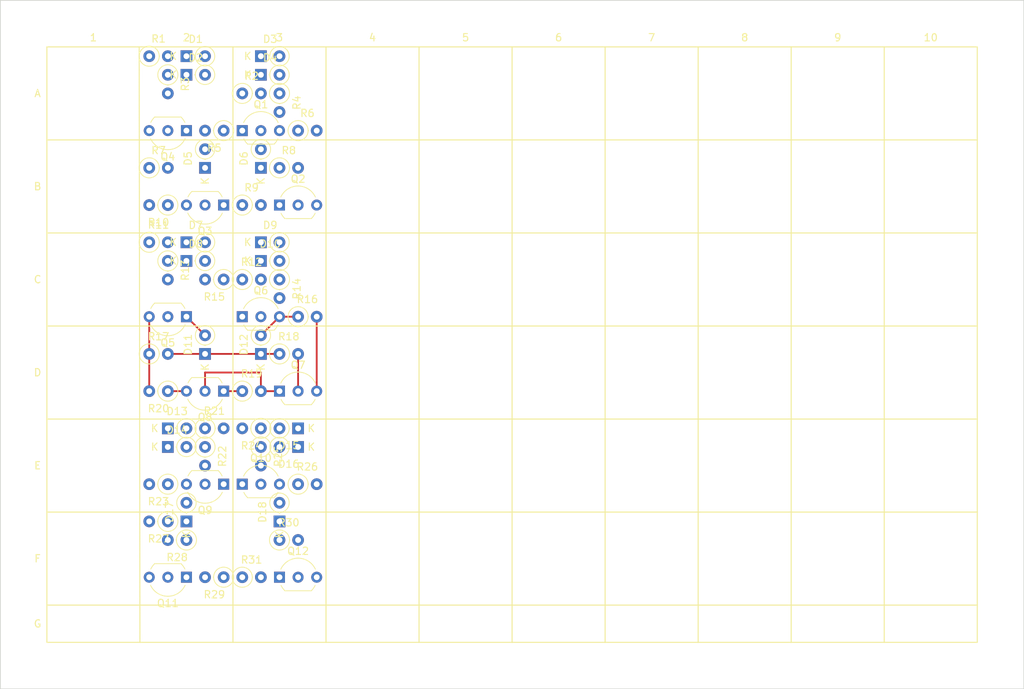
<source format=kicad_pcb>
(kicad_pcb (version 20211014) (generator pcbnew)
  (layers (0 "F.Cu" signal) (31 "B.Cu" signal) (34 "B.Paste" user) (35 "F.Paste" user) (36 "B.SilkS" user "B.Silkscreen") (37 "F.SilkS" user "F.Silkscreen") (38 "B.Mask" user) (39 "F.Mask" user) (44 "Edge.Cuts" user))
  (net 0 "")
  (net 1 "Net-(D1-Pad1)")
  (net 2 "A")
  (net 3 "B")
  (net 4 "Net-(D3-Pad2)")
  (net 5 "Net-(D5-Pad1)")
  (net 6 "Net-(D5-Pad2)")
  (net 7 "Net-(D6-Pad2)")
  (net 8 "Earth")
  (net 9 "+5V")
  (net 10 "Net-(Q1-Pad2)")
  (net 11 "Net-(Q4-Pad2)")
  (net 12 "Net-(Q2-Pad1)")
  (net 13 "Net-(Q2-Pad2)")
  (net 14 "Net-(D15-Pad1)")
  (net 15 "Net-(D7-Pad1)")
  (net 16 "C")
  (net 17 "Net-(D10-Pad2)")
  (net 18 "Net-(D11-Pad1)")
  (net 19 "Net-(D11-Pad2)")
  (net 20 "Net-(D12-Pad2)")
  (net 21 "Net-(Q5-Pad2)")
  (net 22 "Net-(Q6-Pad2)")
  (net 23 "Net-(Q7-Pad1)")
  (net 24 "Net-(Q7-Pad2)")
  (net 25 "Net-(Q8-Pad3)")
  (net 26 "Net-(D13-Pad2)")
  (net 27 "Net-(D15-Pad2)")
  (net 28 "Net-(D17-Pad1)")
  (net 29 "Net-(D17-Pad2)")
  (net 30 "Net-(D18-Pad2)")
  (net 31 "Net-(Q9-Pad2)")
  (net 32 "Net-(Q10-Pad2)")
  (net 33 "Net-(Q11-Pad1)")
  (net 34 "Net-(Q11-Pad2)")
  (net 35 "Net-(Q12-Pad1)")
  (net 36 "Net-(Q12-Pad2)")
  (footprint "Package_TO_SOT_THT:TO-92_Inline_Wide" (layer "F.Cu") (at 30.48 22.86 180)
    (fp_text reference "Q4" (at 2.54 -3.56) (layer "F.SilkS"))
    (fp_text value "Q_NPN_CBE")
    (fp_line (start 0.74 1.85) (end 4.34 1.85) (layer "F.SilkS") (width 0.12))
    (fp_arc (start 4.864184 1.122795) (mid 4.633903 1.509328) (end 4.34 1.85) (layer "F.SilkS") (width 0.12))
    (fp_arc (start 0.74 1.85) (mid 0.446097 1.509328) (end 0.215816 1.122795) (layer "F.SilkS") (width 0.12))
    (fp_arc (start 2.54 -2.6) (mid 3.936979 -2.192818) (end 4.8964 -1.098807) (layer "F.SilkS") (width 0.12))
    (fp_arc (start 0.1836 -1.098807) (mid 1.143021 -2.192817) (end 2.54 -2.6) (layer "F.SilkS") (width 0.12))
    (pad "1" thru_hole rect (at 0 0 180) (size 1.5 1.5) (drill 0.8) (layers *.Cu *.Mask) (net 6 "Net-(D5-Pad2)"))
    (pad "2" thru_hole circle (at 2.54 0 180) (size 1.5 1.5) (drill 0.8) (layers *.Cu *.Mask) (net 11 "Net-(Q4-Pad2)"))
    (pad "3" thru_hole circle (at 5.08 0 180) (size 1.5 1.5) (drill 0.8) (layers *.Cu *.Mask) (net 8 "Earth"))
  )
  (footprint "Diode_THT:D_DO-35_SOD27_P2.54mm_Vertical_KathodeUp" (layer "F.Cu") (at 30.48 76.2 90)
    (fp_text reference "D17" (at 1.27 -2.326371 90) (layer "F.SilkS"))
    (fp_text value "D")
    (fp_text user "K" (at -1.8 0 90) (layer "F.SilkS"))
    (fp_line (start 1.213629 0) (end 1.1 0) (layer "F.SilkS") (width 0.12))
    (fp_circle (center 2.54 0) (end 3.866371 0) (layer "F.SilkS") (width 0.12) (fill none))
    (pad "1" thru_hole rect (at 0 0 90) (size 1.6 1.6) (drill 0.8) (layers *.Cu *.Mask) (net 28 "Net-(D17-Pad1)"))
    (pad "2" thru_hole oval (at 2.54 0 90) (size 1.6 1.6) (drill 0.8) (layers *.Cu *.Mask) (net 29 "Net-(D17-Pad2)"))
  )
  (footprint "Resistor_THT:R_Axial_DIN0207_L6.3mm_D2.5mm_P2.54mm_Vertical" (layer "F.Cu") (at 27.94 15.24 -90)
    (fp_text reference "R3" (at 1.27 -2.37 90) (layer "F.SilkS"))
    (fp_text value "1k")
    (fp_line (start 1.37 0) (end 1.44 0) (layer "F.SilkS") (width 0.12))
    (fp_circle (center 0 0) (end 1.37 0) (layer "F.SilkS") (width 0.12) (fill none))
    (pad "1" thru_hole circle (at 0 0 270) (size 1.6 1.6) (drill 0.8) (layers *.Cu *.Mask) (net 1 "Net-(D1-Pad1)"))
    (pad "2" thru_hole oval (at 2.54 0 270) (size 1.6 1.6) (drill 0.8) (layers *.Cu *.Mask) (net 11 "Net-(Q4-Pad2)"))
  )
  (footprint "Diode_THT:D_DO-35_SOD27_P2.54mm_Vertical_KathodeUp" (layer "F.Cu") (at 40.64 40.64)
    (fp_text reference "D10" (at 1.27 -2.326371) (layer "F.SilkS"))
    (fp_text value "D")
    (fp_text user "K" (at -1.8 0) (layer "F.SilkS"))
    (fp_line (start 1.213629 0) (end 1.1 0) (layer "F.SilkS") (width 0.12))
    (fp_circle (center 2.54 0) (end 3.866371 0) (layer "F.SilkS") (width 0.12) (fill none))
    (pad "1" thru_hole rect (at 0 0) (size 1.6 1.6) (drill 0.8) (layers *.Cu *.Mask) (net 16 "C"))
    (pad "2" thru_hole oval (at 2.54 0) (size 1.6 1.6) (drill 0.8) (layers *.Cu *.Mask) (net 17 "Net-(D10-Pad2)"))
  )
  (footprint "Resistor_THT:R_Axial_DIN0207_L6.3mm_D2.5mm_P2.54mm_Vertical" (layer "F.Cu") (at 45.72 71.12)
    (fp_text reference "R26" (at 1.27 -2.37) (layer "F.SilkS"))
    (fp_text value "R")
    (fp_line (start 1.37 0) (end 1.44 0) (layer "F.SilkS") (width 0.12))
    (fp_circle (center 0 0) (end 1.37 0) (layer "F.SilkS") (width 0.12) (fill none))
    (pad "1" thru_hole circle (at 0 0) (size 1.6 1.6) (drill 0.8) (layers *.Cu *.Mask) (net 30 "Net-(D18-Pad2)"))
    (pad "2" thru_hole oval (at 2.54 0) (size 1.6 1.6) (drill 0.8) (layers *.Cu *.Mask) (net 8 "Earth"))
  )
  (footprint "Package_TO_SOT_THT:TO-92_Inline_Wide" (layer "F.Cu") (at 30.48 83.82 180)
    (fp_text reference "Q11" (at 2.54 -3.56) (layer "F.SilkS"))
    (fp_text value "Q_NPN_CBE")
    (fp_line (start 0.74 1.85) (end 4.34 1.85) (layer "F.SilkS") (width 0.12))
    (fp_arc (start 2.54 -2.6) (mid 3.936979 -2.192818) (end 4.8964 -1.098807) (layer "F.SilkS") (width 0.12))
    (fp_arc (start 0.1836 -1.098807) (mid 1.143021 -2.192817) (end 2.54 -2.6) (layer "F.SilkS") (width 0.12))
    (fp_arc (start 4.864184 1.122795) (mid 4.633903 1.509328) (end 4.34 1.85) (layer "F.SilkS") (width 0.12))
    (fp_arc (start 0.74 1.85) (mid 0.446097 1.509328) (end 0.215816 1.122795) (layer "F.SilkS") (width 0.12))
    (pad "1" thru_hole rect (at 0 0 180) (size 1.5 1.5) (drill 0.8) (layers *.Cu *.Mask) (net 33 "Net-(Q11-Pad1)"))
    (pad "2" thru_hole circle (at 2.54 0 180) (size 1.5 1.5) (drill 0.8) (layers *.Cu *.Mask) (net 34 "Net-(Q11-Pad2)"))
    (pad "3" thru_hole circle (at 5.08 0 180) (size 1.5 1.5) (drill 0.8) (layers *.Cu *.Mask) (net 8 "Earth"))
  )
  (footprint "Diode_THT:D_DO-35_SOD27_P2.54mm_Vertical_KathodeUp" (layer "F.Cu") (at 40.64 15.24)
    (fp_text reference "D4" (at 1.27 -2.326371) (layer "F.SilkS"))
    (fp_text value "D")
    (fp_text user "K" (at -1.8 0) (layer "F.SilkS"))
    (fp_line (start 1.213629 0) (end 1.1 0) (layer "F.SilkS") (width 0.12))
    (fp_circle (center 2.54 0) (end 3.866371 0) (layer "F.SilkS") (width 0.12) (fill none))
    (pad "1" thru_hole rect (at 0 0) (size 1.6 1.6) (drill 0.8) (layers *.Cu *.Mask) (net 3 "B"))
    (pad "2" thru_hole oval (at 2.54 0) (size 1.6 1.6) (drill 0.8) (layers *.Cu *.Mask) (net 4 "Net-(D3-Pad2)"))
  )
  (footprint "Resistor_THT:R_Axial_DIN0207_L6.3mm_D2.5mm_P2.54mm_Vertical" (layer "F.Cu") (at 38.1 58.42)
    (fp_text reference "R19" (at 1.27 -2.37) (layer "F.SilkS"))
    (fp_text value "R")
    (fp_line (start 1.37 0) (end 1.44 0) (layer "F.SilkS") (width 0.12))
    (fp_circle (center 0 0) (end 1.37 0) (layer "F.SilkS") (width 0.12) (fill none))
    (pad "1" thru_hole circle (at 0 0) (size 1.6 1.6) (drill 0.8) (layers *.Cu *.Mask) (net 9 "+5V"))
    (pad "2" thru_hole oval (at 2.54 0) (size 1.6 1.6) (drill 0.8) (layers *.Cu *.Mask) (net 23 "Net-(Q7-Pad1)"))
  )
  (footprint "Resistor_THT:R_Axial_DIN0207_L6.3mm_D2.5mm_P2.54mm_Vertical" (layer "F.Cu") (at 27.94 71.12 180)
    (fp_text reference "R23" (at 1.27 -2.37) (layer "F.SilkS"))
    (fp_text value "R")
    (fp_line (start 1.37 0) (end 1.44 0) (layer "F.SilkS") (width 0.12))
    (fp_circle (center 0 0) (end 1.37 0) (layer "F.SilkS") (width 0.12) (fill none))
    (pad "1" thru_hole circle (at 0 0 180) (size 1.6 1.6) (drill 0.8) (layers *.Cu *.Mask) (net 29 "Net-(D17-Pad2)"))
    (pad "2" thru_hole oval (at 2.54 0 180) (size 1.6 1.6) (drill 0.8) (layers *.Cu *.Mask) (net 8 "Earth"))
  )
  (footprint "Package_TO_SOT_THT:TO-92_Inline_Wide" (layer "F.Cu") (at 38.1 71.12)
    (fp_text reference "Q10" (at 2.54 -3.56) (layer "F.SilkS"))
    (fp_text value "Q_NPN_CBE")
    (fp_line (start 0.74 1.85) (end 4.34 1.85) (layer "F.SilkS") (width 0.12))
    (fp_arc (start 4.864184 1.122795) (mid 4.633903 1.509328) (end 4.34 1.85) (layer "F.SilkS") (width 0.12))
    (fp_arc (start 2.54 -2.6) (mid 3.936979 -2.192818) (end 4.8964 -1.098807) (layer "F.SilkS") (width 0.12))
    (fp_arc (start 0.1836 -1.098807) (mid 1.143021 -2.192817) (end 2.54 -2.6) (layer "F.SilkS") (width 0.12))
    (fp_arc (start 0.74 1.85) (mid 0.446097 1.509328) (end 0.215816 1.122795) (layer "F.SilkS") (width 0.12))
    (pad "1" thru_hole rect (at 0 0) (size 1.5 1.5) (drill 0.8) (layers *.Cu *.Mask) (net 9 "+5V"))
    (pad "2" thru_hole circle (at 2.54 0) (size 1.5 1.5) (drill 0.8) (layers *.Cu *.Mask) (net 32 "Net-(Q10-Pad2)"))
    (pad "3" thru_hole circle (at 5.08 0) (size 1.5 1.5) (drill 0.8) (layers *.Cu *.Mask) (net 30 "Net-(D18-Pad2)"))
  )
  (footprint "Resistor_THT:R_Axial_DIN0207_L6.3mm_D2.5mm_P2.54mm_Vertical" (layer "F.Cu") (at 25.4 12.7)
    (fp_text reference "R1" (at 1.27 -2.37) (layer "F.SilkS"))
    (fp_text value "220k")
    (fp_line (start 1.37 0) (end 1.44 0) (layer "F.SilkS") (width 0.12))
    (fp_circle (center 0 0) (end 1.37 0) (layer "F.SilkS") (width 0.12) (fill none))
    (pad "1" thru_hole circle (at 0 0) (size 1.6 1.6) (drill 0.8) (layers *.Cu *.Mask) (net 8 "Earth"))
    (pad "2" thru_hole oval (at 2.54 0) (size 1.6 1.6) (drill 0.8) (layers *.Cu *.Mask) (net 1 "Net-(D1-Pad1)"))
  )
  (footprint "Resistor_THT:R_Axial_DIN0207_L6.3mm_D2.5mm_P2.54mm_Vertical" (layer "F.Cu") (at 43.18 17.78 -90)
    (fp_text reference "R4" (at 1.27 -2.37 90) (layer "F.SilkS"))
    (fp_text value "R")
    (fp_line (start 1.37 0) (end 1.44 0) (layer "F.SilkS") (width 0.12))
    (fp_circle (center 0 0) (end 1.37 0) (layer "F.SilkS") (width 0.12) (fill none))
    (pad "1" thru_hole circle (at 0 0 270) (size 1.6 1.6) (drill 0.8) (layers *.Cu *.Mask) (net 4 "Net-(D3-Pad2)"))
    (pad "2" thru_hole oval (at 2.54 0 270) (size 1.6 1.6) (drill 0.8) (layers *.Cu *.Mask) (net 10 "Net-(Q1-Pad2)"))
  )
  (footprint "Resistor_THT:R_Axial_DIN0207_L6.3mm_D2.5mm_P2.54mm_Vertical" (layer "F.Cu") (at 38.1 43.18)
    (fp_text reference "R12" (at 1.27 -2.37) (layer "F.SilkS"))
    (fp_text value "R")
    (fp_line (start 1.37 0) (end 1.44 0) (layer "F.SilkS") (width 0.12))
    (fp_circle (center 0 0) (end 1.37 0) (layer "F.SilkS") (width 0.12) (fill none))
    (pad "1" thru_hole circle (at 0 0) (size 1.6 1.6) (drill 0.8) (layers *.Cu *.Mask) (net 9 "+5V"))
    (pad "2" thru_hole oval (at 2.54 0) (size 1.6 1.6) (drill 0.8) (layers *.Cu *.Mask) (net 17 "Net-(D10-Pad2)"))
  )
  (footprint "Resistor_THT:R_Axial_DIN0207_L6.3mm_D2.5mm_P2.54mm_Vertical" (layer "F.Cu") (at 25.4 38.1)
    (fp_text reference "R11" (at 1.27 -2.37) (layer "F.SilkS"))
    (fp_text value "R")
    (fp_line (start 1.37 0) (end 1.44 0) (layer "F.SilkS") (width 0.12))
    (fp_circle (center 0 0) (end 1.37 0) (layer "F.SilkS") (width 0.12) (fill none))
    (pad "1" thru_hole circle (at 0 0) (size 1.6 1.6) (drill 0.8) (layers *.Cu *.Mask) (net 8 "Earth"))
    (pad "2" thru_hole oval (at 2.54 0) (size 1.6 1.6) (drill 0.8) (layers *.Cu *.Mask) (net 15 "Net-(D7-Pad1)"))
  )
  (footprint "Resistor_THT:R_Axial_DIN0207_L6.3mm_D2.5mm_P2.54mm_Vertical" (layer "F.Cu") (at 25.4 53.34)
    (fp_text reference "R17" (at 1.27 -2.37) (layer "F.SilkS"))
    (fp_text value "R")
    (fp_line (start 1.37 0) (end 1.44 0) (layer "F.SilkS") (width 0.12))
    (fp_circle (center 0 0) (end 1.37 0) (layer "F.SilkS") (width 0.12) (fill none))
    (pad "1" thru_hole circle (at 0 0) (size 1.6 1.6) (drill 0.8) (layers *.Cu *.Mask) (net 8 "Earth"))
    (pad "2" thru_hole oval (at 2.54 0) (size 1.6 1.6) (drill 0.8) (layers *.Cu *.Mask) (net 18 "Net-(D11-Pad1)"))
  )
  (footprint "Resistor_THT:R_Axial_DIN0207_L6.3mm_D2.5mm_P2.54mm_Vertical" (layer "F.Cu") (at 43.18 78.74)
    (fp_text reference "R30" (at 1.27 -2.37) (layer "F.SilkS"))
    (fp_text value "R")
    (fp_line (start 1.37 0) (end 1.44 0) (layer "F.SilkS") (width 0.12))
    (fp_circle (center 0 0) (end 1.37 0) (layer "F.SilkS") (width 0.12) (fill none))
    (pad "1" thru_hole circle (at 0 0) (size 1.6 1.6) (drill 0.8) (layers *.Cu *.Mask) (net 33 "Net-(Q11-Pad1)"))
    (pad "2" thru_hole oval (at 2.54 0) (size 1.6 1.6) (drill 0.8) (layers *.Cu *.Mask) (net 36 "Net-(Q12-Pad2)"))
  )
  (footprint "Resistor_THT:R_Axial_DIN0207_L6.3mm_D2.5mm_P2.54mm_Vertical" (layer "F.Cu") (at 40.64 63.5 180)
    (fp_text reference "R24" (at 1.27 -2.37) (layer "F.SilkS"))
    (fp_text value "R")
    (fp_line (start 1.37 0) (end 1.44 0) (layer "F.SilkS") (width 0.12))
    (fp_circle (center 0 0) (end 1.37 0) (layer "F.SilkS") (width 0.12) (fill none))
    (pad "1" thru_hole circle (at 0 0 180) (size 1.6 1.6) (drill 0.8) (layers *.Cu *.Mask) (net 27 "Net-(D15-Pad2)"))
    (pad "2" thru_hole oval (at 2.54 0 180) (size 1.6 1.6) (drill 0.8) (layers *.Cu *.Mask) (net 9 "+5V"))
  )
  (footprint "Diode_THT:D_DO-35_SOD27_P2.54mm_Vertical_KathodeUp" (layer "F.Cu") (at 30.48 15.24)
    (fp_text reference "D2" (at 1.27 -2.326371) (layer "F.SilkS"))
    (fp_text value "D")
    (fp_text user "K" (at -1.8 0) (layer "F.SilkS"))
    (fp_line (start 1.213629 0) (end 1.1 0) (layer "F.SilkS") (width 0.12))
    (fp_circle (center 2.54 0) (end 3.866371 0) (layer "F.SilkS") (width 0.12) (fill none))
    (pad "1" thru_hole rect (at 0 0) (size 1.6 1.6) (drill 0.8) (layers *.Cu *.Mask) (net 1 "Net-(D1-Pad1)"))
    (pad "2" thru_hole oval (at 2.54 0) (size 1.6 1.6) (drill 0.8) (layers *.Cu *.Mask) (net 3 "B"))
  )
  (footprint "Package_TO_SOT_THT:TO-92_Inline_Wide" (layer "F.Cu") (at 35.56 33.02 180)
    (fp_text reference "Q3" (at 2.54 -3.56) (layer "F.SilkS"))
    (fp_text value "Q_NPN_CBE")
    (fp_line (start 0.74 1.85) (end 4.34 1.85) (layer "F.SilkS") (width 0.12))
    (fp_arc (start 2.54 -2.6) (mid 3.936979 -2.192818) (end 4.8964 -1.098807) (layer "F.SilkS") (width 0.12))
    (fp_arc (start 4.864184 1.122795) (mid 4.633903 1.509328) (end 4.34 1.85) (layer "F.SilkS") (width 0.12))
    (fp_arc (start 0.74 1.85) (mid 0.446097 1.509328) (end 0.215816 1.122795) (layer "F.SilkS") (width 0.12))
    (fp_arc (start 0.1836 -1.098807) (mid 1.143021 -2.192817) (end 2.54 -2.6) (layer "F.SilkS") (width 0.12))
    (pad "1" thru_hole rect (at 0 0 180) (size 1.5 1.5) (drill 0.8) (layers *.Cu *.Mask) (net 9 "+5V"))
    (pad "2" thru_hole circle (at 2.54 0 180) (size 1.5 1.5) (drill 0.8) (layers *.Cu *.Mask) (net 12 "Net-(Q2-Pad1)"))
    (pad "3" thru_hole circle (at 5.08 0 180) (size 1.5 1.5) (drill 0.8) (layers *.Cu *.Mask) (net 14 "Net-(D15-Pad1)"))
  )
  (footprint "Resistor_THT:R_Axial_DIN0207_L6.3mm_D2.5mm_P2.54mm_Vertical" (layer "F.Cu") (at 43.18 27.94)
    (fp_text reference "R8" (at 1.27 -2.37) (layer "F.SilkS"))
    (fp_text value "R")
    (fp_line (start 1.37 0) (end 1.44 0) (layer "F.SilkS") (width 0.12))
    (fp_circle (center 0 0) (end 1.37 0) (layer "F.SilkS") (width 0.12) (fill none))
    (pad "1" thru_hole circle (at 0 0) (size 1.6 1.6) (drill 0.8) (layers *.Cu *.Mask) (net 5 "Net-(D5-Pad1)"))
    (pad "2" thru_hole oval (at 2.54 0) (size 1.6 1.6) (drill 0.8) (layers *.Cu *.Mask) (net 13 "Net-(Q2-Pad2)"))
  )
  (footprint "Resistor_THT:R_Axial_DIN0207_L6.3mm_D2.5mm_P2.54mm_Vertical" (layer "F.Cu") (at 27.94 33.02 180)
    (fp_text reference "R10" (at 1.27 -2.37) (layer "F.SilkS"))
    (fp_text value "R")
    (fp_line (start 1.37 0) (end 1.44 0) (layer "F.SilkS") (width 0.12))
    (fp_circle (center 0 0) (end 1.37 0) (layer "F.SilkS") (width 0.12) (fill none))
    (pad "1" thru_hole circle (at 0 0 180) (size 1.6 1.6) (drill 0.8) (layers *.Cu *.Mask) (net 14 "Net-(D15-Pad1)"))
    (pad "2" thru_hole oval (at 2.54 0 180) (size 1.6 1.6) (drill 0.8) (layers *.Cu *.Mask) (net 8 "Earth"))
  )
  (footprint "Diode_THT:D_DO-35_SOD27_P2.54mm_Vertical_KathodeUp" (layer "F.Cu") (at 30.48 38.1)
    (fp_text reference "D7" (at 1.27 -2.326371) (layer "F.SilkS"))
    (fp_text value "D")
    (fp_text user "K" (at -1.8 0) (layer "F.SilkS"))
    (fp_line (start 1.213629 0) (end 1.1 0) (layer "F.SilkS") (width 0.12))
    (fp_circle (center 2.54 0) (end 3.866371 0) (layer "F.SilkS") (width 0.12) (fill none))
    (pad "1" thru_hole rect (at 0 0) (size 1.6 1.6) (drill 0.8) (layers *.Cu *.Mask) (net 15 "Net-(D7-Pad1)"))
    (pad "2" thru_hole oval (at 2.54 0) (size 1.6 1.6) (drill 0.8) (layers *.Cu *.Mask) (net 14 "Net-(D15-Pad1)"))
  )
  (footprint "Resistor_THT:R_Axial_DIN0207_L6.3mm_D2.5mm_P2.54mm_Vertical" (layer "F.Cu") (at 25.4 27.94)
    (fp_text reference "R7" (at 1.27 -2.37) (layer "F.SilkS"))
    (fp_text value "R")
    (fp_line (start 1.37 0) (end 1.44 0) (layer "F.SilkS") (width 0.12))
    (fp_circle (center 0 0) (end 1.37 0) (layer "F.SilkS") (width 0.12) (fill none))
    (pad "1" thru_hole circle (at 0 0) (size 1.6 1.6) (drill 0.8) (layers *.Cu *.Mask) (net 8 "Earth"))
    (pad "2" thru_hole oval (at 2.54 0) (size 1.6 1.6) (drill 0.8) (layers *.Cu *.Mask) (net 5 "Net-(D5-Pad1)"))
  )
  (footprint "Resistor_THT:R_Axial_DIN0207_L6.3mm_D2.5mm_P2.54mm_Vertical" (layer "F.Cu") (at 38.1 33.02)
    (fp_text reference "R9" (at 1.27 -2.37) (layer "F.SilkS"))
    (fp_text value "R")
    (fp_line (start 1.37 0) (end 1.44 0) (layer "F.SilkS") (width 0.12))
    (fp_circle (center 0 0) (end 1.37 0) (layer "F.SilkS") (width 0.12) (fill none))
    (pad "1" thru_hole circle (at 0 0) (size 1.6 1.6) (drill 0.8) (layers *.Cu *.Mask) (net 9 "+5V"))
    (pad "2" thru_hole oval (at 2.54 0) (size 1.6 1.6) (drill 0.8) (layers *.Cu *.Mask) (net 12 "Net-(Q2-Pad1)"))
  )
  (footprint "Diode_THT:D_DO-35_SOD27_P2.54mm_Vertical_KathodeUp" (layer "F.Cu") (at 27.94 63.5)
    (fp_text reference "D13" (at 1.27 -2.326371) (layer "F.SilkS"))
    (fp_text value "D")
    (fp_text user "K" (at -1.8 0) (layer "F.SilkS"))
    (fp_line (start 1.213629 0) (end 1.1 0) (layer "F.SilkS") (width 0.12))
    (fp_circle (center 2.54 0) (end 3.866371 0) (layer "F.SilkS") (width 0.12) (fill none))
    (pad "1" thru_hole rect (at 0 0) (size 1.6 1.6) (drill 0.8) (layers *.Cu *.Mask) (net 2 "A"))
    (pad "2" thru_hole oval (at 2.54 0) (size 1.6 1.6) (drill 0.8) (layers *.Cu *.Mask) (net 26 "Net-(D13-Pad2)"))
  )
  (footprint "Diode_THT:D_DO-35_SOD27_P2.54mm_Vertical_KathodeUp" (layer "F.Cu") (at 40.64 27.94 90)
    (fp_text reference "D6" (at 1.27 -2.326371 90) (layer "F.SilkS"))
    (fp_text value "D")
    (fp_text user "K" (at -1.8 0 90) (layer "F.SilkS"))
    (fp_line (start 1.213629 0) (end 1.1 0) (layer "F.SilkS") (width 0.12))
    (fp_circle (center 2.54 0) (end 3.866371 0) (layer "F.SilkS") (width 0.12) (fill none))
    (pad "1" thru_hole rect (at 0 0 90) (size 1.6 1.6) (drill 0.8) (layers *.Cu *.Mask) (net 5 "Net-(D5-Pad1)"))
    (pad "2" thru_hole oval (at 2.54 0 90) (size 1.6 1.6) (drill 0.8) (layers *.Cu *.Mask) (net 7 "Net-(D6-Pad2)"))
  )
  (footprint "Package_TO_SOT_THT:TO-92_Inline_Wide" (layer "F.Cu") (at 38.1 22.86)
    (fp_text reference "Q1" (at 2.54 -3.56) (layer "F.SilkS"))
    (fp_text value "Q_NPN_CBE")
    (fp_line (start 0.74 1.85) (end 4.34 1.85) (layer "F.SilkS") (width 0.12))
    (fp_arc (start 0.74 1.85) (mid 0.446097 1.509328) (end 0.215816 1.122795) (layer "F.SilkS") (width 0.12))
    (fp_arc (start 0.1836 -1.098807) (mid 1.143021 -2.192817) (end 2.54 -2.6) (layer "F.SilkS") (width 0.12))
    (fp_arc (start 2.54 -2.6) (mid 3.936979 -2.192818) (end 4.8964 -1.098807) (layer "F.SilkS") (width 0.12))
    (fp_arc (start 4.864184 1.122795) (mid 4.633903 1.509328) (end 4.34 1.85) (layer "F.SilkS") (width 0.12))
    (pad "1" thru_hole rect (at 0 0) (size 1.5 1.5) (drill 0.8) (layers *.Cu *.Mask) (net 9 "+5V"))
    (pad "2" thru_hole circle (at 2.54 0) (size 1.5 1.5) (drill 0.8) (layers *.Cu *.Mask) (net 10 "Net-(Q1-Pad2)"))
    (pad "3" thru_hole circle (at 5.08 0) (size 1.5 1.5) (drill 0.8) (layers *.Cu *.Mask) (net 7 "Net-(D6-Pad2)"))
  )
  (footprint "Resistor_THT:R_Axial_DIN0207_L6.3mm_D2.5mm_P2.54mm_Vertical" (layer "F.Cu") (at 43.18 43.18 -90)
    (fp_text reference "R14" (at 1.27 -2.37 90) (layer "F.SilkS"))
    (fp_text value "R")
    (fp_line (start 1.37 0) (end 1.44 0) (layer "F.SilkS") (width 0.12))
    (fp_circle (center 0 0) (end 1.37 0) (layer "F.SilkS") (width 0.12) (fill none))
    (pad "1" thru_hole circle (at 0 0 270) (size 1.6 1.6) (drill 0.8) (layers *.Cu *.Mask) (net 17 "Net-(D10-Pad2)"))
    (pad "2" thru_hole oval (at 2.54 0 270) (size 1.6 1.6) (drill 0.8) (layers *.Cu *.Mask) (net 22 "Net-(Q6-Pad2)"))
  )
  (footprint "Package_TO_SOT_THT:TO-92_Inline_Wide" (layer "F.Cu") (at 43.18 33.02)
    (fp_text reference "Q2" (at 2.54 -3.56) (layer "F.SilkS"))
    (fp_text value "Q_NPN_CBE")
    (fp_line (start 0.74 1.85) (end 4.34 1.85) (layer "F.SilkS") (width 0.12))
    (fp_arc (start 2.54 -2.6) (mid 3.936979 -2.192818) (end 4.8964 -1.098807) (layer "F.SilkS") (width 0.12))
    (fp_arc (start 4.864184 1.122795) (mid 4.633903 1.509328) (end 4.34 1.85) (layer "F.SilkS") (width 0.12))
    (fp_arc (start 0.1836 -1.098807) (mid 1.143021 -2.192817) (end 2.54 -2.6) (layer "F.SilkS") (width 0.12))
    (fp_arc (start 0.74 1.85) (mid 0.446097 1.509328) (end 0.215816 1.122795) (layer "F.SilkS") (width 0.12))
    (pad "1" thru_hole rect (at 0 0) (size 1.5 1.5) (drill 0.8) (layers *.Cu *.Mask) (net 12 "Net-(Q2-Pad1)"))
    (pad "2" thru_hole circle (at 2.54 0) (size 1.5 1.5) (drill 0.8) (layers *.Cu *.Mask) (net 13 "Net-(Q2-Pad2)"))
    (pad "3" thru_hole circle (at 5.08 0) (size 1.5 1.5) (drill 0.8) (layers *.Cu *.Mask) (net 8 "Earth"))
  )
  (footprint "Diode_THT:D_DO-35_SOD27_P2.54mm_Vertical_KathodeUp" (layer "F.Cu") (at 40.64 12.7)
    (fp_text reference "D3" (at 1.27 -2.326371) (layer "F.SilkS"))
    (fp_text value "D")
    (fp_text user "K" (at -1.8 0) (layer "F.SilkS"))
    (fp_line (start 1.213629 0) (end 1.1 0) (layer "F.SilkS") (width 0.12))
    (fp_circle (center 2.54 0) (end 3.866371 0) (layer "F.SilkS") (width 0.12) (fill none))
    (pad "1" thru_hole rect (at 0 0) (size 1.6 1.6) (drill 0.8) (layers *.Cu *.Mask) (net 2 "A"))
    (pad "2" thru_hole oval (at 2.54 0) (size 1.6 1.6) (drill 0.8) (layers *.Cu *.Mask) (net 4 "Net-(D3-Pad2)"))
  )
  (footprint "Package_TO_SOT_THT:TO-92_Inline_Wide" (layer "F.Cu") (at 35.56 71.12 180)
    (fp_text reference "Q9" (at 2.54 -3.56) (layer "F.SilkS"))
    (fp_text value "Q_NPN_CBE")
    (fp_line (start 0.74 1.85) (end 4.34 1.85) (layer "F.SilkS") (width 0.12))
    (fp_arc (start 0.1836 -1.098807) (mid 1.143021 -2.192817) (end 2.54 -2.6) (layer "F.SilkS") (width 0.12))
    (fp_arc (start 0.74 1.85) (mid 0.446097 1.509328) (end 0.215816 1.122795) (layer "F.SilkS") (width 0.12))
    (fp_arc (start 4.864184 1.122795) (mid 4.633903 1.509328) (end 4.34 1.85) (layer "F.SilkS") (width 0.12))
    (fp_arc (start 2.54 -2.6) (mid 3.936979 -2.192818) (end 4.8964 -1.098807) (layer "F.SilkS") (width 0.12))
    (pad "1" thru_hole rect (at 0 0 180) (size 1.5 1.5) (drill 0.8) (layers *.Cu *.Mask) (net 9 "+5V"))
    (pad "2" thru_hole circle (at 2.54 0 180) (size 1.5 1.5) (drill 0.8) (layers *.Cu *.Mask) (net 31 "Net-(Q9-Pad2)"))
    (pad "3" thru_hole circle (at 5.08 0 180) (size 1.5 1.5) (drill 0.8) (layers *.Cu *.Mask) (net 29 "Net-(D17-Pad2)"))
  )
  (footprint "Resistor_THT:R_Axial_DIN0207_L6.3mm_D2.5mm_P2.54mm_Vertical" (layer "F.Cu") (at 45.72 48.26)
    (fp_text reference "R16" (at 1.27 -2.37) (layer "F.SilkS"))
    (fp_text value "R")
    (fp_line (start 1.37 0) (end 1.44 0) (layer "F.SilkS") (width 0.12))
    (fp_circle (center 0 0) (end 1.37 0) (layer "F.SilkS") (width 0.12) (fill none))
    (pad "1" thru_hole circle (at 0 0) (size 1.6 1.6) (drill 0.8) (layers *.Cu *.Mask) (net 20 "Net-(D12-Pad2)"))
    (pad "2" thru_hole oval (at 2.54 0) (size 1.6 1.6) (drill 0.8) (layers *.Cu *.Mask) (net 8 "Earth"))
  )
  (footprint "Resistor_THT:R_Axial_DIN0207_L6.3mm_D2.5mm_P2.54mm_Vertical" (layer "F.Cu") (at 33.02 66.04 -90)
    (fp_text reference "R22" (at 1.27 -2.37 90) (layer "F.SilkS"))
    (fp_text value "R")
    (fp_line (start 1.37 0) (end 1.44 0) (layer "F.SilkS") (width 0.12))
    (fp_circle (center 0 0) (end 1.37 0) (layer "F.SilkS") (width 0.12) (fill none))
    (pad "1" thru_hole circle (at 0 0 270) (size 1.6 1.6) (drill 0.8) (layers *.Cu *.Mask) (net 26 "Net-(D13-Pad2)"))
    (pad "2" thru_hole oval (at 2.54 0 270) (size 1.6 1.6) (drill 0.8) (layers *.Cu *.Mask) (net 31 "Net-(Q9-Pad2)"))
  )
  (footprint "Diode_THT:D_DO-35_SOD27_P2.54mm_Vertical_KathodeUp" (layer "F.Cu") (at 45.72 66.04 180)
    (fp_text reference "D16" (at 1.27 -2.326371) (layer "F.SilkS"))
    (fp_text value "D")
    (fp_text user "K" (at -1.8 0) (layer "F.SilkS"))
    (fp_line (start 1.213629 0) (end 1.1 0) (layer "F.SilkS") (width 0.12))
    (fp_circle (center 2.54 0) (end 3.866371 0) (layer "F.SilkS") (width 0.12) (fill none))
    (pad "1" thru_hole rect (at 0 0 180) (size 1.6 1.6) (drill 0.8) (layers *.Cu *.Mask) (net 16 "C"))
    (pad "2" thru_hole oval (at 2.54 0 180) (size 1.6 1.6) (drill 0.8) (layers *.Cu *.Mask) (net 27 "Net-(D15-Pad2)"))
  )
  (footprint "Resistor_THT:R_Axial_DIN0207_L6.3mm_D2.5mm_P2.54mm_Vertical" (layer "F.Cu") (at 38.1 83.82)
    (fp_text reference "R31" (at 1.27 -2.37) (layer "F.SilkS"))
    (fp_text value "R")
    (fp_line (start 1.37 0) (end 1.44 0) (layer "F.SilkS") (width 0.12))
    (fp_circle (center 0 0) (end 1.37 0) (layer "F.SilkS") (width 0.12) (fill none))
    (pad "1" thru_hole circle (at 0 0) (size 1.6 1.6) (drill 0.8) (layers *.Cu *.Mask) (net 9 "+5V"))
    (pad "2" thru_hole oval (at 2.54 0) (size 1.6 1.6) (drill 0.8) (layers *.Cu *.Mask) (net 35 "Net-(Q12-Pad1)"))
  )
  (footprint "Diode_THT:D_DO-35_SOD27_P2.54mm_Vertical_KathodeUp" (layer "F.Cu") (at 45.72 63.5 180)
    (fp_text reference "D15" (at 1.27 -2.326371) (layer "F.SilkS"))
    (fp_text value "D")
    (fp_text user "K" (at -1.8 0) (layer "F.SilkS"))
    (fp_line (start 1.213629 0) (end 1.1 0) (layer "F.SilkS") (width 0.12))
    (fp_circle (center 2.54 0) (end 3.866371 0) (layer "F.SilkS") (width 0.12) (fill none))
    (pad "1" thru_hole rect (at 0 0 180) (size 1.6 1.6) (drill 0.8) (layers *.Cu *.Mask) (net 14 "Net-(D15-Pad1)"))
    (pad "2" thru_hole oval (at 2.54 0 180) (size 1.6 1.6) (drill 0.8) (layers *.Cu *.Mask) (net 27 "Net-(D15-Pad2)"))
  )
  (footprint "Resistor_THT:R_Axial_DIN0207_L6.3mm_D2.5mm_P2.54mm_Vertical" (layer "F.Cu") (at 35.56 22.86 180)
    (fp_text reference "R5" (at 1.27 -2.37 180) (layer "F.SilkS"))
    (fp_text value "10k")
    (fp_line (start 1.37 0) (end 1.44 0) (layer "F.SilkS") (width 0.12))
    (fp_circle (center 0 0) (end 1.37 0) (layer "F.SilkS") (width 0.12) (fill none))
    (pad "1" thru_hole circle (at 0 0 180) (size 1.6 1.6) (drill 0.8) (layers *.Cu *.Mask) (net 9 "+5V"))
    (pad "2" thru_hole oval (at 2.54 0 180) (size 1.6 1.6) (drill 0.8) (layers *.Cu *.Mask) (net 6 "Net-(D5-Pad2)"))
  )
  (footprint "Diode_THT:D_DO-35_SOD27_P2.54mm_Vertical_KathodeUp" (layer "F.Cu") (at 30.48 12.7)
    (fp_text reference "D1" (at 1.27 -2.326371) (layer "F.SilkS"))
    (fp_text value "D")
    (fp_text user "K" (at -1.8 0) (layer "F.SilkS"))
    (fp_line (start 1.213629 0) (end 1.1 0) (layer "F.SilkS") (width 0.12))
    (fp_circle (center 2.54 0) (end 3.866371 0) (layer "F.SilkS") (width 0.12) (fill none))
    (pad "1" thru_hole rect (at 0 0) (size 1.6 1.6) (drill 0.8) (layers *.Cu *.Mask) (net 1 "Net-(D1-Pad1)"))
    (pad "2" thru_hole oval (at 2.54 0) (size 1.6 1.6) (drill 0.8) (layers *.Cu *.Mask) (net 2 "A"))
  )
  (footprint "Diode_THT:D_DO-35_SOD27_P2.54mm_Vertical_KathodeUp" (layer "F.Cu") (at 43.18 76.2 90)
    (fp_text reference "D18" (at 1.27 -2.326371 90) (layer "F.SilkS"))
    (fp_text value "D")
    (fp_text user "K" (at -1.8 0 90) (layer "F.SilkS"))
    (fp_line (start 1.213629 0) (end 1.1 0) (layer "F.SilkS") (width 0.12))
    (fp_circle (center 2.54 0) (end 3.866371 0) (layer "F.SilkS") (width 0.12) (fill none))
    (pad "1" thru_hole rect (at 0 0 90) (size 1.6 1.6) (drill 0.8) (layers *.Cu *.Mask) (net 28 "Net-(D17-Pad1)"))
    (pad "2" thru_hole oval (at 2.54 0 90) (size 1.6 1.6) (drill 0.8) (layers *.Cu *.Mask) (net 30 "Net-(D18-Pad2)"))
  )
  (footprint "Package_TO_SOT_THT:TO-92_Inline_Wide" (layer "F.Cu") (at 43.18 83.82)
    (fp_text reference "Q12" (at 2.54 -3.56) (layer "F.SilkS"))
    (fp_text value "Q_NPN_CBE")
    (fp_line (start 0.74 1.85) (end 4.34 1.85) (layer "F.SilkS") (width 0.12))
    (fp_arc (start 0.1836 -1.098807) (mid 1.143021 -2.192817) (end 2.54 -2.6) (layer "F.SilkS") (width 0.12))
    (fp_arc (start 4.864184 1.122795) (mid 4.633903 1.509328) (end 4.34 1.85) (layer "F.SilkS") (width 0.12))
    (fp_arc (start 2.54 -2.6) (mid 3.936979 -2.192818) (end 4.8964 -1.098807) (layer "F.SilkS") (width 0.12))
    (fp_arc (start 0.74 1.85) (mid 0.446097 1.509328) (end 0.215816 1.122795) (layer "F.SilkS") (width 0.12))
    (pad "1" thru_hole rect (at 0 0) (size 1.5 1.5) (drill 0.8) (layers *.Cu *.Mask) (net 35 "Net-(Q12-Pad1)"))
    (pad "2" thru_hole circle (at 2.54 0) (size 1.5 1.5) (drill 0.8) (layers *.Cu *.Mask) (net 36 "Net-(Q12-Pad2)"))
    (pad "3" thru_hole circle (at 5.08 0) (size 1.5 1.5) (drill 0.8) (layers *.Cu *.Mask) (net 8 "Earth"))
  )
  (footprint "Resistor_THT:R_Axial_DIN0207_L6.3mm_D2.5mm_P2.54mm_Vertical" (layer "F.Cu") (at 27.94 76.2 180)
    (fp_text reference "R27" (at 1.27 -2.37) (layer "F.SilkS"))
    (fp_text value "R")
    (fp_line (start 1.37 0) (end 1.44 0) (layer "F.SilkS") (width 0.12))
    (fp_circle (center 0 0) (end 1.37 0) (layer "F.SilkS") (width 0.12) (fill none))
    (pad "1" thru_hole circle (at 0 0 180) (size 1.6 1.6) (drill 0.8) (layers *.Cu *.Mask) (net 28 "Net-(D17-Pad1)"))
    (pad "2" thru_hole oval (at 2.54 0 180) (size 1.6 1.6) (drill 0.8) (layers *.Cu *.Mask) (net 8 "Earth"))
  )
  (footprint "Package_TO_SOT_THT:TO-92_Inline_Wide" (layer "F.Cu") (at 38.1 48.26)
    (fp_text reference "Q6" (at 2.54 -3.56) (layer "F.SilkS"))
    (fp_text value "Q_NPN_CBE")
    (fp_line (start 0.74 1.85) (end 4.34 1.85) (layer "F.SilkS") (width 0.12))
    (fp_arc (start 4.864184 1.122795) (mid 4.633903 1.509328) (end 4.34 1.85) (layer "F.SilkS") (width 0.12))
    (fp_arc (start 0.74 1.85) (mid 0.446097 1.509328) (end 0.215816 1.122795) (layer "F.SilkS") (width 0.12))
    (fp_arc (start 0.1836 -1.098807) (mid 1.143021 -2.192817) (end 2.54 -2.6) (layer "F.SilkS") (width 0.12))
    (fp_arc (start 2.54 -2.6) (mid 3.936979 -2.192818) (end 4.8964 -1.098807) (layer "F.SilkS") (width 0.12))
    (pad "1" thru_hole rect (at 0 0) (size 1.5 1.5) (drill 0.8) (layers *.Cu *.Mask) (net 9 "+5V"))
    (pad "2" thru_hole circle (at 2.54 0) (size 1.5 1.5) (drill 0.8) (layers *.Cu *.Mask) (net 22 "Net-(Q6-Pad2)"))
    (pad "3" thru_hole circle (at 5.08 0) (size 1.5 1.5) (drill 0.8) (layers *.Cu *.Mask) (net 20 "Net-(D12-Pad2)"))
  )
  (footprint "Resistor_THT:R_Axial_DIN0207_L6.3mm_D2.5mm_P2.54mm_Vertical" (layer "F.Cu") (at 38.1 17.78)
    (fp_text reference "R2" (at 1.27 -2.37) (layer "F.SilkS"))
    (fp_text value "R")
    (fp_line (start 1.37 0) (end 1.44 0) (layer "F.SilkS") (width 0.12))
    (fp_circle (center 0 0) (end 1.37 0) (layer "F.SilkS") (width 0.12) (fill none))
    (pad "1" thru_hole circle (at 0 0) (size 1.6 1.6) (drill 0.8) (layers *.Cu *.Mask) (net 9 "+5V"))
    (pad "2" thru_hole oval (at 2.54 0) (size 1.6 1.6) (drill 0.8) (layers *.Cu *.Mask) (net 4 "Net-(D3-Pad2)"))
  )
  (footprint "Diode_THT:D_DO-35_SOD27_P2.54mm_Vertical_KathodeUp" (layer "F.Cu") (at 30.48 40.64)
    (fp_text reference "D8" (at 1.27 -2.326371) (layer "F.SilkS"))
    (fp_text value "D")
    (fp_text user "K" (at -1.8 0) (layer "F.SilkS"))
    (fp_line (start 1.213629 0) (end 1.1 0) (layer "F.SilkS") (width 0.12))
    (fp_circle (center 2.54 0) (end 3.866371 0) (layer "F.SilkS") (width 0.12) (fill none))
    (pad "1" thru_hole rect (at 0 0) (size 1.6 1.6) (drill 0.8) (layers *.Cu *.Mask) (net 15 "Net-(D7-Pad1)"))
    (pad "2" thru_hole oval (at 2.54 0) (size 1.6 1.6) (drill 0.8) (layers *.Cu *.Mask) (net 16 "C"))
  )
  (footprint "Resistor_THT:R_Axial_DIN0207_L6.3mm_D2.5mm_P2.54mm_Vertical" (layer "F.Cu") (at 40.64 66.04 -90)
    (fp_text reference "R25" (at 1.27 -2.37 90) (layer "F.SilkS"))
    (fp_text value "R")
    (fp_line (start 1.37 0) (end 1.44 0) (layer "F.SilkS") (width 0.12))
    (fp_circle (center 0 0) (end 1.37 0) (layer "F.SilkS") (width 0.12) (fill none))
    (pad "1" thru_hole circle (at 0 0 270) (size 1.6 1.6) (drill 0.8) (layers *.Cu *.Mask) (net 27 "Net-(D15-Pad2)"))
    (pad "2" thru_hole oval (at 2.54 0 270) (size 1.6 1.6) (drill 0.8) (layers *.Cu *.Mask) (net 32 "Net-(Q10-Pad2)"))
  )
  (footprint "Package_TO_SOT_THT:TO-92_Inline_Wide" (layer "F.Cu") (at 43.18 58.42)
    (fp_text reference "Q7" (at 2.54 -3.56) (layer "F.SilkS"))
    (fp_text value "Q_NPN_CBE")
    (fp_line (start 0.74 1.85) (end 4.34 1.85) (layer "F.SilkS") (width 0.12))
    (fp_arc (start 0.74 1.85) (mid 0.446097 1.509328) (end 0.215816 1.122795) (layer "F.SilkS") (width 0.12))
    (fp_arc (start 4.864184 1.122795) (mid 4.633903 1.509328) (end 4.34 1.85) (layer "F.SilkS") (width 0.12))
    (fp_arc (start 0.1836 -1.098807) (mid 1.143021 -2.192817) (end 2.54 -2.6) (layer "F.SilkS") (width 0.12))
    (fp_arc (start 2.54 -2.6) (mid 3.936979 -2.192818) (end 4.8964 -1.098807) (layer "F.SilkS") (width 0.12))
    (pad "1" thru_hole rect (at 0 0) (size 1.5 1.5) (drill 0.8) (layers *.Cu *.Mask) (net 23 "Net-(Q7-Pad1)"))
    (pad "2" thru_hole circle (at 2.54 0) (size 1.5 1.5) (drill 0.8) (layers *.Cu *.Mask) (net 24 "Net-(Q7-Pad2)"))
    (pad "3" thru_hole circle (at 5.08 0) (size 1.5 1.5) (drill 0.8) (layers *.Cu *.Mask) (net 8 "Earth"))
  )
  (footprint "Diode_THT:D_DO-35_SOD27_P2.54mm_Vertical_KathodeUp" (layer "F.Cu") (at 40.64 38.1)
    (fp_text reference "D9" (at 1.27 -2.326371) (layer "F.SilkS"))
    (fp_text value "D")
    (fp_text user "K" (at -1.8 0) (layer "F.SilkS"))
    (fp_line (start 1.213629 0) (end 1.1 0) (layer "F.SilkS") (width 0.12))
    (fp_circle (center 2.54 0) (end 3.866371 0) (layer "F.SilkS") (width 0.12) (fill none))
    (pad "1" thru_hole rect (at 0 0) (size 1.6 1.6) (drill 0.8) (layers *.Cu *.Mask) (net 14 "Net-(D15-Pad1)"))
    (pad "2" thru_hole oval (at 2.54 0) (size 1.6 1.6) (drill 0.8) (layers *.Cu *.Mask) (net 17 "Net-(D10-Pad2)"))
  )
  (footprint "Resistor_THT:R_Axial_DIN0207_L6.3mm_D2.5mm_P2.54mm_Vertical" (layer "F.Cu") (at 45.72 22.86)
    (fp_text reference "R6" (at 1.27 -2.37) (layer "F.SilkS"))
    (fp_text value "R")
    (fp_line (start 1.37 0) (end 1.44 0) (layer "F.SilkS") (width 0.12))
    (fp_circle (center 0 0) (end 1.37 0) (layer "F.SilkS") (width 0.12) (fill none))
    (pad "1" thru_hole circle (at 0 0) (size 1.6 1.6) (drill 0.8) (layers *.Cu *.Mask) (net 7 "Net-(D6-Pad2)"))
    (pad "2" thru_hole oval (at 2.54 0) (size 1.6 1.6) (drill 0.8) (layers *.Cu *.Mask) (net 8 "Earth"))
  )
  (footprint "Resistor_THT:R_Axial_DIN0207_L6.3mm_D2.5mm_P2.54mm_Vertical" (layer "F.Cu") (at 43.18 53.34)
    (fp_text reference "R18" (at 1.27 -2.37) (layer "F.SilkS"))
    (fp_text value "R")
    (fp_line (start 1.37 0) (end 1.44 0) (layer "F.SilkS") (width 0.12))
    (fp_circle (center 0 0) (end 1.37 0) (layer "F.SilkS") (width 0.12) (fill none))
    (pad "1" thru_hole circle (at 0 0) (size 1.6 1.6) (drill 0.8) (layers *.Cu *.Mask) (net 18 "Net-(D11-Pad1)"))
    (pad "2" thru_hole oval (at 2.54 0) (size 1.6 1.6) (drill 0.8) (layers *.Cu *.Mask) (net 24 "Net-(Q7-Pad2)"))
  )
  (footprint "Resistor_THT:R_Axial_DIN0207_L6.3mm_D2.5mm_P2.54mm_Vertical" (layer "F.Cu") (at 35.56 43.18 180)
    (fp_text reference "R15" (at 1.27 -2.37) (layer "F.SilkS"))
    (fp_text value "R")
    (fp_line (start 1.37 0) (end 1.44 0) (layer "F.SilkS") (width 0.12))
    (fp_circle (center 0 0) (end 1.37 0) (layer "F.SilkS") (width 0.12) (fill none))
    (pad "1" thru_hole circle (at 0 0 180) (size 1.6 1.6) (drill 0.8) (layers *.Cu *.Mask) (net 9 "+5V"))
    (pad "2" thru_hole oval (at 2.54 0 180) (size 1.6 1.6) (drill 0.8) (layers *.Cu *.Mask) (net 19 "Net-(D11-Pad2)"))
  )
  (footprint "Package_TO_SOT_THT:TO-92_Inline_Wide" (layer "F.Cu") (at 30.48 48.26 180)
    (fp_text reference "Q5" (at 2.54 -3.56) (layer "F.SilkS"))
    (fp_text value "Q_NPN_CBE")
    (fp_line (start 0.74 1.85) (end 4.34 1.85) (layer "F.SilkS") (width 0.12))
    (fp_arc (start 2.54 -2.6) (mid 3.936979 -2.192818) (end 4.8964 -1.098807) (layer "F.SilkS") (width 0.12))
    (fp_arc (start 0.74 1.85) (mid 0.446097 1.509328) (end 0.215816 1.122795) (layer "F.SilkS") (width 0.12))
    (fp_arc (start 0.1836 -1.098807) (mid 1.143021 -2.192817) (end 2.54 -2.6) (layer "F.SilkS") (width 0.12))
    (fp_arc (start 4.864184 1.122795) (mid 4.633903 1.509328) (end 4.34 1.85) (layer "F.SilkS") (width 0.12))
    (pad "1" thru_hole rect (at 0 0 180) (size 1.5 1.5) (drill 0.8) (layers *.Cu *.Mask) (net 19 "Net-(D11-Pad2)"))
    (pad "2" thru_hole circle (at 2.54 0 180) (size 1.5 1.5) (drill 0.8) (layers *.Cu *.Mask) (net 21 "Net-(Q5-Pad2)"))
    (pad "3" thru_hole circle (at 5.08 0 180) (size 1.5 1.5) (drill 0.8) (layers *.Cu *.Mask) (net 8 "Earth"))
  )
  (footprint "Resistor_THT:R_Axial_DIN0207_L6.3mm_D2.5mm_P2.54mm_Vertical" (layer "F.Cu") (at 27.94 58.42 180)
    (fp_text reference "R20" (at 1.27 -2.37) (layer "F.SilkS"))
    (fp_text value "R")
    (fp_line (start 1.37 0) (end 1.44 0) (layer "F.SilkS") (width 0.12))
    (fp_circle (center 0 0) (end 1.37 0) (layer "F.SilkS") (width 0.12) (fill none))
    (pad "1" thru_hole circle (at 0 0 180) (size 1.6 1.6) (drill 0.8) (layers *.Cu *.Mask) (net 25 "Net-(Q8-Pad3)"))
    (pad "2" thru_hole oval (at 2.54 0 180) (size 1.6 1.6) (drill 0.8) (layers *.Cu *.Mask) (net 8 "Earth"))
  )
  (footprint "Diode_THT:D_DO-35_SOD27_P2.54mm_Vertical_KathodeUp" (layer "F.Cu") (at 27.94 66.04)
    (fp_text reference "D14" (at 1.27 -2.326371) (layer "F.SilkS"))
    (fp_text value "D")
    (fp_text user "K" (at -1.8 0) (layer "F.SilkS"))
    (fp_line (start 1.213629 0) (end 1.1 0) (layer "F.SilkS") (width 0.12))
    (fp_circle (center 2.54 0) (end 3.866371 0) (layer "F.SilkS") (width 0.12) (fill none))
    (pad "1" thru_hole rect (at 0 0) (size 1.6 1.6) (drill 0.8) (layers *.Cu *.Mask) (net 3 "B"))
    (pad "2" thru_hole oval (at 2.54 0) (size 1.6 1.6) (drill 0.8) (layers *.Cu *.Mask) (net 26 "Net-(D13-Pad2)"))
  )
  (footprint "Resistor_THT:R_Axial_DIN0207_L6.3mm_D2.5mm_P2.54mm_Vertical" (layer "F.Cu") (at 27.94 40.64 -90)
    (fp_text reference "R13" (at 1.27 -2.37 90) (layer "F.SilkS"))
    (fp_text value "R")
    (fp_line (start 1.37 0) (end 1.44 0) (layer "F.SilkS") (width 0.12))
    (fp_circle (center 0 0) (end 1.37 0) (layer "F.SilkS") (width 0.12) (fill none))
    (pad "1" thru_hole circle (at 0 0 270) (size 1.6 1.6) (drill 0.8) (layers *.Cu *.Mask) (net 15 "Net-(D7-Pad1)"))
    (pad "2" thru_hole oval (at 2.54 0 270) (size 1.6 1.6) (drill 0.8) (layers *.Cu *.Mask) (net 21 "Net-(Q5-Pad2)"))
  )
  (footprint "Resistor_THT:R_Axial_DIN0207_L6.3mm_D2.5mm_P2.54mm_Vertical" (layer "F.Cu") (at 33.02 63.5)
    (fp_text reference "R21" (at 1.27 -2.37) (layer "F.SilkS"))
    (fp_text value "R")
    (fp_line (start 1.37 0) (end 1.44 0) (layer "F.SilkS") (width 0.12))
    (fp_circle (center 0 0) (end 1.37 0) (layer "F.SilkS") (width 0.12) (fill none))
    (pad "1" thru_hole circle (at 0 0) (size 1.6 1.6) (drill 0.8) (layers *.Cu *.Mask) (net 26 "Net-(D13-Pad2)"))
    (pad "2" thru_hole oval (at 2.54 0) (size 1.6 1.6) (drill 0.8) (layers *.Cu *.Mask) (net 9 "+5V"))
  )
  (footprint "Diode_THT:D_DO-35_SOD27_P2.54mm_Vertical_KathodeUp" (layer "F.Cu") (at 33.02 27.94 90)
    (fp_text reference "D5" (at 1.27 -2.326371 90) (layer "F.SilkS"))
    (fp_text value "D")
    (fp_text user "K" (at -1.8 0 90) (layer "F.SilkS"))
    (fp_line (start 1.213629 0) (end 1.1 0) (layer "F.SilkS") (width 0.12))
    (fp_circle (center 2.54 0) (end 3.866371 0) (layer "F.SilkS") (width 0.12) (fill none))
    (pad "1" thru_hole rect (at 0 0 90) (size 1.6 1.6) (drill 0.8) (layers *.Cu *.Mask) (net 5 "Net-(D5-Pad1)"))
    (pad "2" thru_hole oval (at 2.54 0 90) (size 1.6 1.6) (drill 0.8) (layers *.Cu *.Mask) (net 6 "Net-(D5-Pad2)"))
  )
  (footprint "Package_TO_SOT_THT:TO-92_Inline_Wide" (layer "F.Cu") (at 35.56 58.42 180)
    (fp_text reference "Q8" (at 2.54 -3.56) (layer "F.SilkS"))
    (fp_text value "Q_NPN_CBE")
    (fp_line (start 0.74 1.85) (end 4.34 1.85) (layer "F.SilkS") (width 0.12))
    (fp_arc (start 4.864184 1.122795) (mid 4.633903 1.509328) (end 4.34 1.85) (layer "F.SilkS") (width 0.12))
    (fp_arc (start 0.74 1.85) (mid 0.446097 1.509328) (end 0.215816 1.122795) (layer "F.SilkS") (width 0.12))
    (fp_arc (start 0.1836 -1.098807) (mid 1.143021 -2.192817) (end 2.54 -2.6) (layer "F.SilkS") (width 0.12))
    (fp_arc (start 2.54 -2.6) (mid 3.936979 -2.192818) (end 4.8964 -1.098807) (layer "F.SilkS") (width 0.12))
    (pad "1" thru_hole rect (at 0 0 180) (size 1.5 1.5) (drill 0.8) (layers *.Cu *.Mask) (net 9 "+5V"))
    (pad "2" thru_hole circle (at 2.54 0 180) (size 1.5 1.5) (drill 0.8) (layers *.Cu *.Mask) (net 23 "Net-(Q7-Pad1)"))
    (pad "3" thru_hole circle (at 5.08 0 180) (size 1.5 1.5) (drill 0.8) (layers *.Cu *.Mask) (net 25 "Net-(Q8-Pad3)"))
  )
  (footprint "Diode_THT:D_DO-35_SOD27_P2.54mm_Vertical_KathodeUp" (layer "F.Cu") (at 33.02 53.34 90)
    (fp_text reference "D11" (at 1.27 -2.326371 90) (layer "F.SilkS"))
    (fp_text value "D")
    (fp_text user "K" (at -1.8 0 90) (layer "F.SilkS"))
    (fp_line (start 1.213629 0) (end 1.1 0) (layer "F.SilkS") (width 0.12))
    (fp_circle (center 2.54 0) (end 3.866371 0) (layer "F.SilkS") (width 0.12) (fill none))
    (pad "1" thru_hole rect (at 0 0 90) (size 1.6 1.6) (drill 0.8) (layers *.Cu *.Mask) (net 18 "Net-(D11-Pad1)"))
    (pad "2" thru_hole oval (at 2.54 0 90) (size 1.6 1.6) (drill 0.8) (layers *.Cu *.Mask) (net 19 "Net-(D11-Pad2)"))
  )
  (footprint "Diode_THT:D_DO-35_SOD27_P2.54mm_Vertical_KathodeUp" (layer "F.Cu") (at 40.64 53.34 90)
    (fp_text reference "D12" (at 1.27 -2.326371 90) (layer "F.SilkS"))
    (fp_text value "D")
    (fp_text user "K" (at -1.8 0 90) (layer "F.SilkS"))
    (fp_line (start 1.213629 0) (end 1.1 0) (layer "F.SilkS") (width 0.12))
    (fp_circle (center 2.54 0) (end 3.866371 0) (layer "F.SilkS") (width 0.12) (fill none))
    (pad "1" thru_hole rect (at 0 0 90) (size 1.6 1.6) (drill 0.8) (layers *.Cu *.Mask) (net 18 "Net-(D11-Pad1)"))
    (pad "2" thru_hole oval (at 2.54 0 90) (size 1.6 1.6) (drill 0.8) (layers *.Cu *.Mask) (net 20 "Net-(D12-Pad2)"))
  )
  (footprint "Resistor_THT:R_Axial_DIN0207_L6.3mm_D2.5mm_P2.54mm_Vertical" (layer "F.Cu") (at 30.48 78.74 180)
    (fp_text reference "R28" (at 1.27 -2.37) (layer "F.SilkS"))
    (fp_text value "R")
    (fp_line (start 1.37 0) (end 1.44 0) (layer "F.SilkS") (width 0.12))
    (fp_circle (center 0 0) (end 1.37 0) (layer "F.SilkS") (width 0.12) (fill none))
    (pad "1" thru_hole circle (at 0 0 180) (size 1.6 1.6) (drill 0.8) (layers *.Cu *.Mask) (net 28 "Net-(D17-Pad1)"))
    (pad "2" thru_hole oval (at 2.54 0 180) (size 1.6 1.6) (drill 0.8) (layers *.Cu *.Mask) (net 34 "Net-(Q11-Pad2)"))
  )
  (footprint "Resistor_THT:R_Axial_DIN0207_L6.3mm_D2.5mm_P2.54mm_Vertical" (layer "F.Cu") (at 35.56 83.82 180)
    (fp_text reference "R29" (at 1.27 -2.37) (layer "F.SilkS"))
    (fp_text value "R")
    (fp_line (start 1.37 0) (end 1.44 0) (layer "F.SilkS") (width 0.12))
    (fp_circle (center 0 0) (end 1.37 0) (layer "F.SilkS") (width 0.12) (fill none))
    (pad "1" thru_hole circle (at 0 0 180) (size 1.6 1.6) (drill 0.8) (layers *.Cu *.Mask) (net 9 "+5V"))
    (pad "2" thru_hole oval (at 2.54 0 180) (size 1.6 1.6) (drill 0.8) (layers *.Cu *.Mask) (net 33 "Net-(Q11-Pad1)"))
  )
  (gr_line (start 138.43 62.23) (end 11.43 62.23) (layer "F.SilkS") (width 0.15))
  (gr_line (start 125.73 92.71) (end 125.73 11.43) (layer "F.SilkS") (width 0.15))
  (gr_rect (start 11.43 11.43) (end 138.43 92.71) (layer "F.SilkS") (width 0.15) (fill none))
  (gr_line (start 138.43 87.63) (end 11.43 87.63) (layer "F.SilkS") (width 0.15))
  (gr_line (start 11.43 24.13) (end 138.43 24.13) (layer "F.SilkS") (width 0.15))
  (gr_line (start 11.43 74.93) (end 138.43 74.93) (layer "F.SilkS") (width 0.15))
  (gr_line (start 11.43 49.53) (end 138.43 49.53) (layer "F.SilkS") (width 0.15))
  (gr_line (start 62.23 11.43) (end 62.23 92.71) (layer "F.SilkS") (width 0.15))
  (gr_line (start 24.13 92.71) (end 24.03 11.43) (layer "F.SilkS") (width 0.15))
  (gr_line (start 49.53 92.71) (end 49.53 11.43) (layer "F.SilkS") (width 0.15))
  (gr_line (start 74.93 92.71) (end 74.93 11.43) (layer "F.SilkS") (width 0.15))
  (gr_line (start 138.43 36.83) (end 11.43 36.83) (layer "F.SilkS") (width 0.15))
  (gr_line (start 36.83 11.43) (end 36.83 92.71) (layer "F.SilkS") (width 0.15))
  (gr_line (start 113.03 11.43) (end 113.03 92.71) (layer "F.SilkS") (width 0.15))
  (gr_line (start 100.33 92.71) (end 100.33 11.43) (layer "F.SilkS") (width 0.15))
  (gr_line (start 87.63 11.43) (end 87.63 92.71) (layer "F.SilkS") (width 0.15))
  (gr_rect (start 5.08 5.08) (end 144.78 99.06) (layer "Edge.Cuts") (width 0.1) (fill none))
  (gr_text "9" (at 119.38 10.16) (layer "F.SilkS") (effects (font (size 1 1))))
  (gr_text "G" (at 10.16 90.17) (layer "F.SilkS") (effects (font (size 1 1))))
  (gr_text "C" (at 10.16 43.18) (layer "F.SilkS") (effects (font (size 1 1))))
  (gr_text "1" (at 17.78 10.16) (layer "F.SilkS") (effects (font (size 1 1))))
  (gr_text "7" (at 93.98 10.16) (layer "F.SilkS") (effects (font (size 1 1))))
  (gr_text "2" (at 30.48 10.16) (layer "F.SilkS") (effects (font (size 1 1))))
  (gr_text "D" (at 10.16 55.88) (layer "F.SilkS") (effects (font (size 1 1))))
  (gr_text "A" (at 10.16 17.78) (layer "F.SilkS") (effects (font (size 1 1))))
  (gr_text "4" (at 55.88 10.16) (layer "F.SilkS") (effects (font (size 1 1))))
  (gr_text "B" (at 10.16 30.48) (layer "F.SilkS") (effects (font (size 1 1))))
  (gr_text "8" (at 106.68 10.16) (layer "F.SilkS") (effects (font (size 1 1))))
  (gr_text "3" (at 43.18 10.16) (layer "F.SilkS") (effects (font (size 1 1))))
  (gr_text "F" (at 10.16 81.28) (layer "F.SilkS") (effects (font (size 1 1))))
  (gr_text "5" (at 68.58 10.16) (layer "F.SilkS") (effects (font (size 1 1))))
  (gr_text "E" (at 10.16 68.58) (layer "F.SilkS") (effects (font (size 1 1))))
  (gr_text "10" (at 132.08 10.16) (layer "F.SilkS") (effects (font (size 1 1))))
  (gr_text "6" (at 81.28 10.16) (layer "F.SilkS") (effects (font (size 1 1))))
  (segment (start 48.26 48.26) (end 48.26 58.42) (width 0.25) (layer "F.Cu") (net 8))
  (segment (start 25.4 58.42) (end 25.4 53.34) (width 0.25) (layer "F.Cu") (net 8))
  (segment (start 25.4 53.34) (end 25.4 48.26) (width 0.25) (layer "F.Cu") (net 8))
  (segment (start 35.56 58.42) (end 38.1 58.42) (width 0.25) (layer "F.Cu") (net 9))
  (segment (start 40.64 53.34) (end 33.02 53.34) (width 0.25) (layer "F.Cu") (net 18))
  (segment (start 43.18 53.34) (end 40.64 53.34) (width 0.25) (layer "F.Cu") (net 18))
  (segment (start 33.02 53.34) (end 27.94 53.34) (width 0.25) (layer "F.Cu") (net 18))
  (segment (start 33.02 50.8) (end 30.48 48.26) (width 0.25) (layer "F.Cu") (net 19))
  (segment (start 40.64 50.8) (end 43.18 48.26) (width 0.25) (layer "F.Cu") (net 20))
  (segment (start 45.72 48.26) (end 43.18 48.26) (width 0.25) (layer "F.Cu") (net 20))
  (segment (start 40.64 55.88) (end 33.02 55.88) (width 0.25) (layer "F.Cu") (net 23))
  (segment (start 40.64 58.42) (end 43.18 58.42) (width 0.25) (layer "F.Cu") (net 23))
  (segment (start 33.02 55.88) (end 33.02 58.42) (width 0.25) (layer "F.Cu") (net 23))
  (segment (start 40.64 58.42) (end 40.64 55.88) (width 0.25) (layer "F.Cu") (net 23))
  (segment (start 45.72 58.42) (end 45.72 53.34) (width 0.25) (layer "F.Cu") (net 24))
  (segment (start 27.94 58.42) (end 30.48 58.42) (width 0.25) (layer "F.Cu") (net 25))
)
</source>
